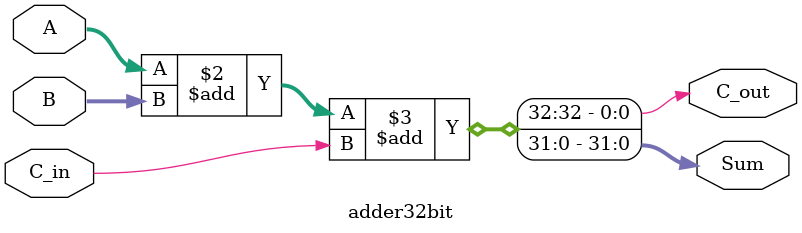
<source format=v>
module adder32bit(A,B,C_in,C_out,Sum);
input [31:0] A;
input [31:0] B;
input C_in;
output reg [31:0] Sum;
output reg  C_out;

always @( A or B or C_in) begin

	{C_out,Sum} = A+B+C_in;

end
	
endmodule

</source>
